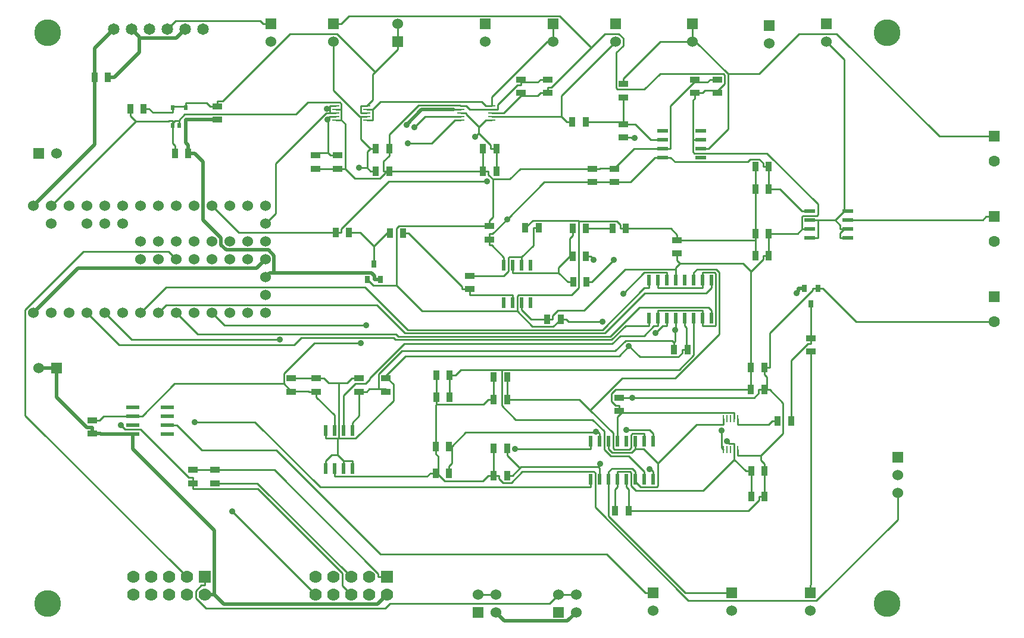
<source format=gtl>
G04 (created by PCBNEW (2013-jul-07)-stable) date Thu 22 Dec 2016 08:04:52 PM PST*
%MOIN*%
G04 Gerber Fmt 3.4, Leading zero omitted, Abs format*
%FSLAX34Y34*%
G01*
G70*
G90*
G04 APERTURE LIST*
%ADD10C,0.00590551*%
%ADD11C,0.06*%
%ADD12R,0.02X0.03*%
%ADD13R,0.0315X0.0394*%
%ADD14R,0.055X0.035*%
%ADD15R,0.035X0.055*%
%ADD16R,0.06X0.06*%
%ADD17R,0.0394X0.0106*%
%ADD18C,0.065*%
%ADD19R,0.0779528X0.0208661*%
%ADD20R,0.063X0.063*%
%ADD21C,0.063*%
%ADD22R,0.023622X0.0610236*%
%ADD23R,0.0610236X0.023622*%
%ADD24R,0.07X0.07*%
%ADD25C,0.07*%
%ADD26R,0.0106X0.0394*%
%ADD27C,0.15*%
%ADD28C,0.035*%
%ADD29C,0.01*%
%ADD30C,0.02*%
%ADD31C,0.0105906*%
G04 APERTURE END LIST*
G54D10*
G54D11*
X20700Y-37200D03*
X21700Y-37200D03*
X22700Y-37200D03*
X23700Y-37200D03*
X24700Y-37200D03*
X25700Y-37200D03*
X26700Y-37200D03*
X27700Y-37200D03*
X28700Y-37200D03*
X29700Y-37200D03*
X30700Y-37200D03*
X31700Y-37200D03*
X32700Y-37200D03*
X33700Y-37200D03*
X33700Y-36200D03*
X33700Y-35200D03*
X33700Y-34200D03*
X33700Y-33200D03*
X33700Y-32200D03*
X33700Y-31200D03*
X32700Y-31200D03*
X31700Y-31200D03*
X30700Y-31200D03*
X29700Y-31200D03*
X28700Y-31200D03*
X27700Y-31200D03*
X26700Y-31200D03*
X25700Y-31200D03*
X24700Y-31200D03*
X23700Y-31200D03*
X22700Y-31200D03*
X21700Y-31200D03*
X20700Y-31200D03*
X26700Y-34200D03*
X27700Y-34200D03*
X28700Y-34200D03*
X29700Y-34200D03*
X30700Y-34200D03*
X31700Y-34200D03*
X32700Y-34200D03*
X32700Y-33200D03*
X31700Y-33200D03*
X30700Y-33200D03*
X29700Y-33200D03*
X28700Y-33200D03*
X27700Y-33200D03*
X26700Y-33200D03*
X25700Y-32200D03*
X24700Y-32200D03*
X23700Y-32200D03*
X21700Y-32200D03*
G54D12*
X28491Y-26698D03*
X29241Y-26698D03*
X28491Y-25698D03*
X28866Y-26698D03*
X29241Y-25698D03*
G54D13*
X39777Y-34474D03*
X40152Y-35340D03*
X39402Y-35340D03*
X64250Y-36683D03*
X63875Y-35817D03*
X64625Y-35817D03*
G54D14*
X38954Y-40873D03*
X38954Y-41623D03*
G54D15*
X43266Y-40704D03*
X44016Y-40704D03*
X60875Y-41500D03*
X61625Y-41500D03*
X61652Y-46074D03*
X60902Y-46074D03*
X60875Y-40250D03*
X61625Y-40250D03*
X61652Y-47492D03*
X60902Y-47492D03*
G54D14*
X36553Y-41623D03*
X36553Y-40873D03*
G54D15*
X43266Y-41925D03*
X44016Y-41925D03*
G54D14*
X35135Y-41623D03*
X35135Y-40873D03*
X40450Y-40873D03*
X40450Y-41623D03*
G54D15*
X57335Y-39271D03*
X56585Y-39271D03*
G54D14*
X56750Y-33875D03*
X56750Y-33125D03*
G54D15*
X54032Y-48309D03*
X53282Y-48309D03*
G54D14*
X53500Y-42699D03*
X53500Y-41949D03*
G54D15*
X62375Y-43250D03*
X63125Y-43250D03*
G54D14*
X64250Y-38625D03*
X64250Y-39375D03*
G54D15*
X51640Y-32472D03*
X50890Y-32472D03*
X51680Y-35464D03*
X50930Y-35464D03*
X48252Y-32433D03*
X49002Y-32433D03*
X51640Y-34047D03*
X50890Y-34047D03*
G54D14*
X45124Y-35128D03*
X45124Y-35878D03*
G54D15*
X41412Y-32742D03*
X40662Y-32742D03*
X38380Y-32702D03*
X37630Y-32702D03*
X49473Y-37551D03*
X50223Y-37551D03*
G54D14*
X46226Y-33083D03*
X46226Y-32333D03*
G54D15*
X53884Y-32472D03*
X53134Y-32472D03*
G54D14*
X24000Y-43225D03*
X24000Y-43975D03*
G54D15*
X24125Y-24000D03*
X24875Y-24000D03*
G54D14*
X30875Y-45999D03*
X30875Y-46749D03*
X29625Y-45999D03*
X29625Y-46749D03*
X59000Y-24875D03*
X59000Y-24125D03*
G54D15*
X61125Y-29000D03*
X61875Y-29000D03*
X61875Y-34000D03*
X61125Y-34000D03*
X61125Y-30250D03*
X61875Y-30250D03*
X61875Y-32750D03*
X61125Y-32750D03*
G54D14*
X37750Y-29125D03*
X37750Y-28375D03*
G54D15*
X39875Y-29250D03*
X40625Y-29250D03*
G54D14*
X48000Y-24875D03*
X48000Y-24125D03*
G54D15*
X45875Y-28000D03*
X46625Y-28000D03*
G54D14*
X49500Y-24875D03*
X49500Y-24125D03*
G54D15*
X45875Y-29250D03*
X46625Y-29250D03*
G54D14*
X36500Y-29125D03*
X36500Y-28375D03*
G54D15*
X50875Y-26500D03*
X51625Y-26500D03*
G54D14*
X53750Y-26625D03*
X53750Y-27375D03*
X52000Y-29125D03*
X52000Y-29875D03*
X57750Y-24875D03*
X57750Y-24125D03*
X53250Y-29125D03*
X53250Y-29875D03*
G54D15*
X46477Y-46320D03*
X47227Y-46320D03*
X46477Y-44785D03*
X47227Y-44785D03*
X43227Y-46198D03*
X43977Y-46198D03*
X39875Y-28000D03*
X40625Y-28000D03*
X26125Y-25750D03*
X26875Y-25750D03*
G54D14*
X31000Y-26375D03*
X31000Y-25625D03*
G54D15*
X28625Y-28250D03*
X29375Y-28250D03*
X46477Y-40789D03*
X47227Y-40789D03*
X43227Y-44702D03*
X43977Y-44702D03*
X46477Y-42049D03*
X47227Y-42049D03*
G54D16*
X69100Y-45300D03*
G54D11*
X69100Y-46300D03*
X69100Y-47300D03*
G54D16*
X50100Y-54000D03*
G54D11*
X50100Y-53000D03*
X51100Y-54000D03*
X51100Y-53000D03*
G54D16*
X45600Y-54000D03*
G54D11*
X45600Y-53000D03*
X46600Y-54000D03*
X46600Y-53000D03*
G54D16*
X46000Y-21000D03*
G54D11*
X46000Y-22000D03*
G54D16*
X41100Y-22000D03*
G54D11*
X41100Y-21000D03*
G54D16*
X22000Y-40300D03*
G54D11*
X21000Y-40300D03*
G54D16*
X49800Y-21000D03*
G54D11*
X49800Y-22000D03*
G54D16*
X21000Y-28250D03*
G54D11*
X22000Y-28250D03*
G54D16*
X53300Y-21000D03*
G54D11*
X53300Y-22000D03*
G54D16*
X57600Y-21000D03*
G54D11*
X57600Y-22000D03*
G54D16*
X55400Y-52900D03*
G54D11*
X55400Y-53900D03*
G54D16*
X61900Y-21100D03*
G54D11*
X61900Y-22100D03*
G54D16*
X64200Y-52900D03*
G54D11*
X64200Y-53900D03*
G54D16*
X59800Y-52900D03*
G54D11*
X59800Y-53900D03*
G54D16*
X65100Y-21000D03*
G54D11*
X65100Y-22000D03*
G54D16*
X37500Y-21000D03*
G54D11*
X37500Y-22000D03*
G54D16*
X34000Y-21000D03*
G54D11*
X34000Y-22000D03*
G54D17*
X44625Y-25600D03*
X44625Y-25800D03*
X44625Y-26000D03*
X44625Y-26200D03*
X44625Y-26400D03*
X46375Y-26400D03*
X46375Y-26200D03*
X46375Y-26000D03*
X46375Y-25800D03*
X46375Y-25600D03*
X37625Y-25600D03*
X37625Y-25800D03*
X37625Y-26000D03*
X37625Y-26200D03*
X37625Y-26400D03*
X39375Y-26400D03*
X39375Y-26200D03*
X39375Y-26000D03*
X39375Y-25800D03*
X39375Y-25600D03*
G54D18*
X25200Y-21300D03*
X26200Y-21300D03*
X27200Y-21300D03*
X28200Y-21300D03*
X29200Y-21300D03*
X30200Y-21300D03*
G54D19*
X26279Y-42500D03*
X26279Y-43000D03*
X26279Y-43500D03*
X26279Y-44000D03*
X28220Y-44000D03*
X28220Y-43500D03*
X28220Y-43000D03*
X28220Y-42500D03*
G54D20*
X74500Y-27311D03*
G54D21*
X74500Y-28689D03*
G54D20*
X74500Y-31811D03*
G54D21*
X74500Y-33189D03*
G54D20*
X74500Y-36311D03*
G54D21*
X74500Y-37689D03*
G54D22*
X37062Y-45933D03*
X37562Y-45933D03*
X38062Y-45933D03*
X38562Y-45933D03*
X38562Y-43807D03*
X38062Y-43807D03*
X37562Y-43807D03*
X37062Y-43807D03*
G54D23*
X55948Y-27000D03*
X55948Y-27500D03*
X55948Y-28000D03*
X55948Y-28500D03*
X58074Y-28500D03*
X58074Y-28000D03*
X58074Y-27500D03*
X58074Y-27000D03*
X66312Y-33000D03*
X66312Y-32500D03*
X66312Y-32000D03*
X66312Y-31500D03*
X64187Y-31500D03*
X64187Y-32000D03*
X64187Y-32500D03*
X64187Y-33000D03*
G54D22*
X48551Y-34519D03*
X48051Y-34519D03*
X47551Y-34519D03*
X47051Y-34519D03*
X47051Y-36645D03*
X47551Y-36645D03*
X48051Y-36645D03*
X48551Y-36645D03*
G54D24*
X30300Y-52000D03*
G54D25*
X30300Y-53000D03*
X29300Y-52000D03*
X29300Y-53000D03*
X28300Y-52000D03*
X28300Y-53000D03*
X27300Y-52000D03*
X27300Y-53000D03*
X26300Y-52000D03*
X26300Y-53000D03*
G54D24*
X40500Y-52000D03*
G54D25*
X40500Y-53000D03*
X39500Y-52000D03*
X39500Y-53000D03*
X38500Y-52000D03*
X38500Y-53000D03*
X37500Y-52000D03*
X37500Y-53000D03*
X36500Y-52000D03*
X36500Y-53000D03*
G54D22*
X51907Y-46537D03*
X52407Y-46537D03*
X52907Y-46537D03*
X53407Y-46537D03*
X53407Y-44411D03*
X52907Y-44411D03*
X52407Y-44411D03*
X51907Y-44411D03*
X53907Y-46537D03*
X54407Y-46537D03*
X54907Y-46537D03*
X55407Y-46537D03*
X54407Y-44411D03*
X54907Y-44411D03*
X55407Y-44411D03*
X53907Y-44411D03*
X55171Y-37500D03*
X55671Y-37500D03*
X56171Y-37500D03*
X56671Y-37500D03*
X56671Y-35374D03*
X56171Y-35374D03*
X55671Y-35374D03*
X55171Y-35374D03*
X57171Y-37500D03*
X57671Y-37500D03*
X58171Y-37500D03*
X58671Y-37500D03*
X57671Y-35374D03*
X58171Y-35374D03*
X58671Y-35374D03*
X57171Y-35374D03*
G54D26*
X59350Y-44875D03*
X59550Y-44875D03*
X59750Y-44875D03*
X59950Y-44875D03*
X60150Y-44875D03*
X60150Y-43125D03*
X59950Y-43125D03*
X59750Y-43125D03*
X59550Y-43125D03*
X59350Y-43125D03*
G54D27*
X68500Y-53500D03*
X21500Y-53500D03*
X21500Y-21500D03*
X68500Y-21500D03*
G54D14*
X53750Y-25125D03*
X53750Y-24375D03*
G54D28*
X38944Y-29077D03*
X39047Y-38906D03*
X56642Y-38163D03*
X59547Y-44415D03*
X47237Y-31958D03*
X37171Y-26355D03*
X45435Y-27325D03*
X63446Y-36086D03*
X54248Y-41949D03*
X54053Y-39071D03*
X52583Y-37695D03*
X31827Y-48327D03*
X42024Y-26798D03*
X41674Y-27702D03*
X37133Y-25758D03*
X41594Y-26656D03*
X59236Y-43799D03*
X52081Y-34238D03*
X54381Y-27396D03*
X53220Y-34229D03*
X46117Y-29841D03*
X25615Y-43514D03*
X29734Y-43318D03*
X47668Y-44846D03*
X39330Y-37901D03*
X53893Y-43770D03*
X55215Y-45976D03*
X34495Y-38706D03*
X53721Y-36125D03*
X52215Y-43849D03*
X55543Y-38341D03*
X52454Y-45668D03*
G54D29*
X24000Y-43225D02*
X24405Y-43225D01*
X60875Y-41500D02*
X60569Y-41500D01*
X26279Y-43000D02*
X25759Y-43000D01*
X48000Y-24875D02*
X48000Y-25027D01*
X49500Y-24875D02*
X49094Y-24875D01*
X36553Y-41623D02*
X36553Y-41928D01*
X53500Y-42547D02*
X53500Y-42394D01*
X59950Y-43125D02*
X59950Y-42797D01*
X48051Y-36645D02*
X48051Y-37035D01*
X59000Y-24875D02*
X59000Y-24722D01*
X57750Y-24875D02*
X58155Y-24875D01*
X61875Y-33594D02*
X61875Y-32750D01*
X64187Y-32500D02*
X63751Y-32500D01*
X58074Y-27500D02*
X57639Y-27500D01*
X63501Y-32750D02*
X63751Y-32500D01*
X61875Y-32750D02*
X63501Y-32750D01*
X57639Y-28172D02*
X57639Y-27500D01*
X57719Y-28251D02*
X57639Y-28172D01*
X61781Y-28251D02*
X57719Y-28251D01*
X64627Y-31097D02*
X61781Y-28251D01*
X64627Y-31686D02*
X64627Y-31097D01*
X64563Y-31750D02*
X64627Y-31686D01*
X63801Y-31750D02*
X64563Y-31750D01*
X63751Y-31800D02*
X63801Y-31750D01*
X63751Y-32500D02*
X63751Y-31800D01*
X57750Y-24875D02*
X57750Y-25180D01*
X61875Y-33797D02*
X61875Y-33594D01*
X37562Y-42937D02*
X37562Y-43371D01*
X36553Y-41928D02*
X37562Y-42937D01*
X37562Y-43807D02*
X37562Y-43371D01*
X53309Y-42394D02*
X53500Y-42394D01*
X53083Y-42169D02*
X53309Y-42394D01*
X53083Y-41720D02*
X53083Y-42169D01*
X53304Y-41500D02*
X53083Y-41720D01*
X60569Y-41500D02*
X53304Y-41500D01*
X48942Y-25027D02*
X48000Y-25027D01*
X49094Y-24875D02*
X48942Y-25027D01*
X47027Y-26000D02*
X46375Y-26000D01*
X48000Y-25027D02*
X47027Y-26000D01*
X53527Y-42574D02*
X53500Y-42547D01*
X53527Y-42672D02*
X53527Y-42574D01*
X53527Y-42672D02*
X53500Y-42699D01*
X56750Y-33875D02*
X56750Y-34180D01*
X49473Y-37551D02*
X49168Y-37551D01*
X60875Y-41500D02*
X60875Y-40250D01*
X24630Y-43000D02*
X24405Y-43225D01*
X25759Y-43000D02*
X24630Y-43000D01*
X35135Y-41623D02*
X35135Y-41584D01*
X36109Y-41584D02*
X36148Y-41623D01*
X35135Y-41584D02*
X36109Y-41584D01*
X36553Y-41623D02*
X36148Y-41623D01*
X39875Y-29250D02*
X39569Y-29250D01*
X39397Y-29077D02*
X39569Y-29250D01*
X26279Y-43000D02*
X26799Y-43000D01*
X28619Y-41179D02*
X26799Y-43000D01*
X34730Y-41179D02*
X28619Y-41179D01*
X34730Y-41179D02*
X35135Y-41584D01*
X39397Y-28172D02*
X39569Y-28000D01*
X39397Y-29077D02*
X39397Y-28172D01*
X39375Y-26200D02*
X39047Y-26200D01*
X39047Y-27477D02*
X39047Y-26200D01*
X39569Y-28000D02*
X39047Y-27477D01*
X48566Y-37551D02*
X48051Y-37035D01*
X49168Y-37551D02*
X48566Y-37551D01*
X38944Y-29077D02*
X39397Y-29077D01*
X56750Y-34258D02*
X56907Y-34416D01*
X56750Y-34180D02*
X56750Y-34258D01*
X49473Y-37551D02*
X49778Y-37551D01*
X49778Y-37360D02*
X49778Y-37551D01*
X50058Y-37080D02*
X49778Y-37360D01*
X51525Y-37080D02*
X50058Y-37080D01*
X53850Y-34756D02*
X51525Y-37080D01*
X56671Y-34756D02*
X53850Y-34756D01*
X56671Y-35374D02*
X56671Y-34756D01*
X56671Y-34652D02*
X56907Y-34416D01*
X56671Y-34756D02*
X56671Y-34652D01*
X61875Y-33797D02*
X61875Y-34000D01*
X60909Y-34860D02*
X60875Y-34860D01*
X61569Y-34200D02*
X60909Y-34860D01*
X61569Y-34000D02*
X61569Y-34200D01*
X60430Y-34416D02*
X60875Y-34860D01*
X56907Y-34416D02*
X60430Y-34416D01*
X60875Y-34860D02*
X60875Y-40250D01*
X61875Y-34000D02*
X61569Y-34000D01*
X38973Y-26200D02*
X39047Y-26200D01*
X37500Y-24726D02*
X38973Y-26200D01*
X37500Y-22000D02*
X37500Y-24726D01*
X57639Y-25290D02*
X57750Y-25180D01*
X57639Y-27500D02*
X57639Y-25290D01*
X39875Y-28000D02*
X39569Y-28000D01*
X58307Y-24722D02*
X59000Y-24722D01*
X58155Y-24875D02*
X58307Y-24722D01*
X49500Y-24875D02*
X49500Y-24569D01*
X37500Y-21000D02*
X37930Y-21000D01*
X50187Y-20569D02*
X51939Y-22321D01*
X38360Y-20569D02*
X50187Y-20569D01*
X37930Y-21000D02*
X38360Y-20569D01*
X52708Y-21552D02*
X51939Y-22321D01*
X53475Y-21552D02*
X52708Y-21552D01*
X53735Y-21811D02*
X53475Y-21552D01*
X53735Y-22222D02*
X53735Y-21811D01*
X53344Y-22613D02*
X53735Y-22222D01*
X53344Y-24610D02*
X53344Y-22613D01*
X53414Y-24680D02*
X53344Y-24610D01*
X54907Y-24680D02*
X53414Y-24680D01*
X55789Y-23798D02*
X54907Y-24680D01*
X59327Y-23798D02*
X55789Y-23798D01*
X59405Y-23876D02*
X59327Y-23798D01*
X59405Y-24367D02*
X59405Y-23876D01*
X59050Y-24722D02*
X59405Y-24367D01*
X59000Y-24722D02*
X59050Y-24722D01*
X49690Y-24569D02*
X49500Y-24569D01*
X51939Y-22321D02*
X49690Y-24569D01*
X36434Y-38906D02*
X39047Y-38906D01*
X34730Y-40610D02*
X36434Y-38906D01*
X34730Y-41179D02*
X34730Y-40610D01*
X59950Y-42797D02*
X53652Y-42797D01*
X53652Y-42797D02*
X53527Y-42672D01*
X53407Y-44411D02*
X53407Y-43976D01*
X53407Y-43042D02*
X53407Y-43976D01*
X53652Y-42797D02*
X53407Y-43042D01*
X53282Y-48309D02*
X53282Y-47903D01*
X60902Y-47492D02*
X60902Y-46074D01*
X28660Y-20839D02*
X28200Y-21300D01*
X33409Y-20839D02*
X28660Y-20839D01*
X33569Y-21000D02*
X33409Y-20839D01*
X34000Y-21000D02*
X33569Y-21000D01*
X38954Y-41623D02*
X38954Y-41775D01*
X59950Y-44875D02*
X59950Y-45202D01*
X60902Y-46074D02*
X60597Y-46074D01*
X38562Y-43807D02*
X38562Y-43371D01*
X38954Y-42980D02*
X38562Y-43371D01*
X38954Y-41775D02*
X38954Y-42980D01*
X61569Y-28809D02*
X61569Y-29000D01*
X61353Y-28592D02*
X61569Y-28809D01*
X60854Y-28592D02*
X61353Y-28592D01*
X60699Y-28748D02*
X60854Y-28592D01*
X56632Y-28748D02*
X60699Y-28748D01*
X56384Y-28500D02*
X56632Y-28748D01*
X55948Y-28500D02*
X56384Y-28500D01*
X61875Y-29000D02*
X61569Y-29000D01*
X61875Y-30250D02*
X61875Y-29000D01*
X64187Y-31500D02*
X63751Y-31500D01*
X40450Y-41623D02*
X40450Y-41470D01*
X38954Y-41623D02*
X39359Y-41623D01*
X46355Y-33388D02*
X46226Y-33388D01*
X47051Y-34084D02*
X46355Y-33388D01*
X47051Y-34519D02*
X47051Y-34084D01*
X62501Y-30250D02*
X63751Y-31500D01*
X61875Y-30250D02*
X62501Y-30250D01*
X36500Y-28375D02*
X36500Y-28222D01*
X37750Y-28375D02*
X37344Y-28375D01*
X56671Y-37500D02*
X56671Y-37935D01*
X60597Y-46074D02*
X59950Y-45427D01*
X46226Y-33083D02*
X46226Y-33388D01*
X52000Y-29875D02*
X52405Y-29875D01*
X56585Y-39271D02*
X56585Y-38866D01*
X56475Y-38756D02*
X56585Y-38866D01*
X53860Y-38756D02*
X56475Y-38756D01*
X53284Y-39332D02*
X53860Y-38756D01*
X41331Y-39332D02*
X53284Y-39332D01*
X40028Y-40635D02*
X41331Y-39332D01*
X40028Y-41470D02*
X40028Y-40635D01*
X40450Y-41470D02*
X40028Y-41470D01*
X39512Y-41470D02*
X39359Y-41623D01*
X40028Y-41470D02*
X39512Y-41470D01*
X46226Y-33083D02*
X46226Y-32778D01*
X59950Y-44875D02*
X59950Y-44547D01*
X37625Y-26200D02*
X37297Y-26200D01*
X36500Y-28222D02*
X37192Y-28222D01*
X37192Y-28222D02*
X37344Y-28375D01*
X53282Y-47097D02*
X53282Y-47903D01*
X53407Y-46972D02*
X53282Y-47097D01*
X53407Y-46537D02*
X53407Y-46972D01*
X59950Y-45202D02*
X59950Y-45427D01*
X53407Y-46537D02*
X53407Y-46102D01*
X58211Y-47165D02*
X59950Y-45427D01*
X54421Y-47165D02*
X58211Y-47165D01*
X54155Y-46899D02*
X54421Y-47165D01*
X54155Y-46152D02*
X54155Y-46899D01*
X54105Y-46102D02*
X54155Y-46152D01*
X53407Y-46102D02*
X54105Y-46102D01*
X52405Y-29875D02*
X53250Y-29875D01*
X54138Y-29875D02*
X55513Y-28500D01*
X53250Y-29875D02*
X54138Y-29875D01*
X55948Y-28500D02*
X55513Y-28500D01*
X46625Y-29250D02*
X46625Y-28000D01*
X46625Y-28000D02*
X46319Y-28000D01*
X46417Y-32778D02*
X47237Y-31958D01*
X46226Y-32778D02*
X46417Y-32778D01*
X49320Y-29875D02*
X52000Y-29875D01*
X47237Y-31958D02*
X49320Y-29875D01*
X56671Y-38134D02*
X56671Y-37935D01*
X56642Y-38163D02*
X56671Y-38134D01*
X56642Y-38809D02*
X56642Y-38163D01*
X56585Y-38866D02*
X56642Y-38809D01*
X59679Y-44547D02*
X59547Y-44415D01*
X59950Y-44547D02*
X59679Y-44547D01*
X37192Y-26366D02*
X37192Y-26366D01*
X37192Y-26305D02*
X37192Y-26366D01*
X37297Y-26200D02*
X37192Y-26305D01*
X37192Y-26366D02*
X37192Y-28222D01*
X37182Y-26366D02*
X37171Y-26355D01*
X37192Y-26366D02*
X37182Y-26366D01*
X46375Y-26400D02*
X46047Y-26400D01*
X45435Y-27325D02*
X45635Y-27125D01*
X46319Y-27809D02*
X45635Y-27125D01*
X46319Y-28000D02*
X46319Y-27809D01*
X45685Y-26761D02*
X46047Y-26400D01*
X45635Y-26761D02*
X45685Y-26761D01*
X44952Y-26078D02*
X45635Y-26761D01*
X44952Y-26000D02*
X44952Y-26078D01*
X45635Y-27125D02*
X45635Y-27125D01*
X45635Y-26761D02*
X45635Y-27125D01*
X44625Y-26000D02*
X44952Y-26000D01*
G54D30*
X29241Y-27661D02*
X29241Y-26698D01*
X29375Y-27794D02*
X29241Y-27661D01*
X30538Y-26368D02*
X29241Y-26368D01*
X30544Y-26375D02*
X30538Y-26368D01*
X29241Y-26698D02*
X29241Y-26368D01*
X29375Y-28250D02*
X29375Y-27794D01*
X40152Y-35340D02*
X39814Y-35340D01*
X30772Y-26375D02*
X30544Y-26375D01*
X30772Y-26375D02*
X31000Y-26375D01*
X50619Y-54480D02*
X51100Y-54000D01*
X47080Y-54480D02*
X50619Y-54480D01*
X46600Y-54000D02*
X47080Y-54480D01*
X63537Y-35995D02*
X63537Y-35817D01*
X63446Y-36086D02*
X63537Y-35995D01*
X63875Y-35817D02*
X63537Y-35817D01*
X29375Y-28250D02*
X29730Y-28250D01*
X30200Y-28719D02*
X29730Y-28250D01*
X30200Y-32008D02*
X30200Y-28719D01*
X31200Y-33008D02*
X30200Y-32008D01*
X31200Y-33389D02*
X31200Y-33008D01*
X31490Y-33680D02*
X31200Y-33389D01*
X33860Y-33680D02*
X31490Y-33680D01*
X34181Y-34000D02*
X33860Y-33680D01*
X34181Y-34963D02*
X34181Y-34000D01*
X39648Y-34963D02*
X34181Y-34963D01*
X39814Y-35129D02*
X39648Y-34963D01*
X39814Y-35340D02*
X39814Y-35129D01*
X33936Y-34963D02*
X33700Y-35200D01*
X34181Y-34963D02*
X33936Y-34963D01*
X24125Y-27775D02*
X20700Y-31200D01*
X24125Y-24000D02*
X24125Y-27775D01*
X24125Y-22375D02*
X24125Y-24000D01*
X25200Y-21300D02*
X24125Y-22375D01*
G54D29*
X28625Y-28250D02*
X28625Y-27844D01*
X40625Y-28000D02*
X40625Y-28405D01*
X66784Y-37689D02*
X64912Y-35817D01*
X74500Y-37689D02*
X66784Y-37689D01*
X64625Y-35817D02*
X64912Y-35817D01*
X40319Y-28710D02*
X40319Y-29250D01*
X40625Y-28405D02*
X40319Y-28710D01*
X37062Y-43807D02*
X37062Y-44242D01*
X37062Y-45933D02*
X37062Y-45497D01*
X28491Y-26698D02*
X28491Y-26559D01*
X28866Y-26698D02*
X28866Y-26418D01*
X57750Y-24125D02*
X57750Y-24277D01*
X58442Y-24277D02*
X58594Y-24125D01*
X57750Y-24277D02*
X58442Y-24277D01*
X59000Y-24125D02*
X58594Y-24125D01*
X61625Y-41500D02*
X61319Y-41500D01*
X53500Y-41949D02*
X53905Y-41949D01*
X61625Y-40250D02*
X61930Y-40250D01*
X61060Y-41949D02*
X54248Y-41949D01*
X61319Y-41690D02*
X61060Y-41949D01*
X61319Y-41500D02*
X61319Y-41690D01*
X53905Y-41949D02*
X53905Y-41949D01*
X54248Y-41949D02*
X53905Y-41949D01*
X56750Y-33125D02*
X57155Y-33125D01*
X61125Y-33125D02*
X57155Y-33125D01*
X61125Y-33125D02*
X61125Y-34000D01*
X61125Y-29000D02*
X61125Y-30250D01*
X61625Y-41500D02*
X61777Y-41500D01*
X61777Y-41500D02*
X61930Y-41500D01*
X61777Y-40807D02*
X61625Y-40655D01*
X61777Y-41500D02*
X61777Y-40807D01*
X61625Y-40250D02*
X61625Y-40655D01*
X61652Y-46074D02*
X61652Y-47492D01*
X60721Y-48309D02*
X54032Y-48309D01*
X61347Y-47682D02*
X60721Y-48309D01*
X61347Y-47492D02*
X61347Y-47682D01*
X61652Y-47492D02*
X61347Y-47492D01*
X60150Y-44875D02*
X60150Y-45202D01*
X54032Y-48309D02*
X54032Y-47903D01*
X61443Y-45461D02*
X61652Y-45669D01*
X61443Y-45202D02*
X61443Y-45461D01*
X62680Y-43965D02*
X61443Y-45202D01*
X62680Y-42250D02*
X62680Y-43965D01*
X61930Y-41500D02*
X62680Y-42250D01*
X61443Y-45202D02*
X60150Y-45202D01*
X61652Y-46074D02*
X61652Y-45669D01*
X57283Y-38047D02*
X57283Y-39271D01*
X57171Y-37935D02*
X57283Y-38047D01*
X57335Y-39271D02*
X57283Y-39271D01*
X57283Y-39271D02*
X57030Y-39271D01*
X57171Y-37500D02*
X57171Y-37935D01*
X40450Y-40873D02*
X40450Y-40796D01*
X40450Y-40796D02*
X40450Y-40720D01*
X37062Y-44242D02*
X37729Y-44242D01*
X40493Y-29250D02*
X40625Y-29250D01*
X28491Y-27711D02*
X28491Y-26698D01*
X28625Y-27844D02*
X28491Y-27711D01*
X26125Y-25750D02*
X26125Y-26155D01*
X28491Y-26559D02*
X28491Y-26418D01*
X38753Y-44242D02*
X37814Y-44242D01*
X40856Y-42139D02*
X38753Y-44242D01*
X40856Y-41202D02*
X40856Y-42139D01*
X40450Y-40796D02*
X40856Y-41202D01*
X37814Y-44242D02*
X37729Y-44242D01*
X38954Y-40873D02*
X38549Y-40873D01*
X40493Y-29250D02*
X40406Y-29250D01*
X40406Y-29250D02*
X40319Y-29250D01*
X37750Y-29125D02*
X38155Y-29125D01*
X36500Y-29125D02*
X37750Y-29125D01*
X46375Y-25800D02*
X46702Y-25800D01*
X53497Y-39628D02*
X54053Y-39071D01*
X41543Y-39628D02*
X53497Y-39628D01*
X40450Y-40720D02*
X41543Y-39628D01*
X57030Y-39462D02*
X57030Y-39271D01*
X56816Y-39676D02*
X57030Y-39462D01*
X54658Y-39676D02*
X56816Y-39676D01*
X54053Y-39071D02*
X54658Y-39676D01*
X21700Y-31200D02*
X26434Y-26465D01*
X26434Y-26465D02*
X26434Y-26465D01*
X28272Y-26465D02*
X26434Y-26465D01*
X28318Y-26418D02*
X28272Y-26465D01*
X28491Y-26418D02*
X28318Y-26418D01*
X26434Y-26465D02*
X26125Y-26155D01*
X36553Y-40873D02*
X36958Y-40873D01*
X37814Y-44242D02*
X37814Y-41140D01*
X38282Y-41140D02*
X37814Y-41140D01*
X38549Y-40873D02*
X38282Y-41140D01*
X37225Y-41140D02*
X36958Y-40873D01*
X37814Y-41140D02*
X37225Y-41140D01*
X35135Y-40873D02*
X36553Y-40873D01*
X37729Y-44242D02*
X37729Y-45164D01*
X37396Y-45164D02*
X37062Y-45497D01*
X37729Y-45164D02*
X37396Y-45164D01*
X38562Y-45497D02*
X38062Y-45497D01*
X38562Y-45933D02*
X38562Y-45497D01*
X38062Y-45933D02*
X38062Y-45497D01*
X37729Y-45164D02*
X38062Y-45497D01*
X48654Y-37956D02*
X47801Y-37103D01*
X49818Y-37956D02*
X48654Y-37956D01*
X50223Y-37551D02*
X49818Y-37956D01*
X39730Y-35668D02*
X39402Y-35340D01*
X41021Y-35668D02*
X39730Y-35668D01*
X42456Y-37103D02*
X41021Y-35668D01*
X47801Y-37103D02*
X42456Y-37103D01*
X41155Y-32333D02*
X46226Y-32333D01*
X41021Y-32467D02*
X41155Y-32333D01*
X41021Y-35668D02*
X41021Y-32467D01*
X46226Y-32333D02*
X46226Y-32028D01*
X45875Y-29250D02*
X46180Y-29250D01*
X61125Y-33125D02*
X61125Y-32750D01*
X61125Y-32750D02*
X61125Y-30250D01*
X64625Y-35817D02*
X64337Y-35817D01*
X50673Y-37695D02*
X50528Y-37551D01*
X52583Y-37695D02*
X50673Y-37695D01*
X50223Y-37551D02*
X50528Y-37551D01*
X37625Y-25800D02*
X37952Y-25800D01*
X28631Y-26418D02*
X28491Y-26559D01*
X28866Y-26418D02*
X28631Y-26418D01*
X37952Y-25492D02*
X37952Y-25800D01*
X37873Y-25414D02*
X37952Y-25492D01*
X36074Y-25414D02*
X37873Y-25414D01*
X35419Y-26069D02*
X36074Y-25414D01*
X29185Y-26069D02*
X35419Y-26069D01*
X28866Y-26389D02*
X29185Y-26069D01*
X28866Y-26418D02*
X28866Y-26389D01*
X64337Y-35920D02*
X64337Y-35817D01*
X61930Y-38328D02*
X64337Y-35920D01*
X61930Y-40250D02*
X61930Y-38328D01*
X56402Y-32472D02*
X56750Y-32819D01*
X53884Y-32472D02*
X56402Y-32472D01*
X56750Y-33125D02*
X56750Y-32819D01*
X51235Y-35814D02*
X51235Y-32067D01*
X50839Y-36210D02*
X51235Y-35814D01*
X47863Y-36210D02*
X50839Y-36210D01*
X47801Y-36272D02*
X47863Y-36210D01*
X47801Y-37103D02*
X47801Y-36272D01*
X53884Y-32472D02*
X53579Y-32472D01*
X38692Y-29662D02*
X38155Y-29125D01*
X40108Y-29662D02*
X38692Y-29662D01*
X40406Y-29363D02*
X40108Y-29662D01*
X40406Y-29250D02*
X40406Y-29363D01*
X37952Y-26400D02*
X37952Y-25800D01*
X37625Y-26400D02*
X37907Y-26400D01*
X37907Y-26400D02*
X37952Y-26400D01*
X38155Y-26602D02*
X38155Y-29125D01*
X37952Y-26400D02*
X38155Y-26602D01*
X48000Y-24125D02*
X48000Y-24277D01*
X48000Y-24277D02*
X48000Y-24430D01*
X48942Y-24277D02*
X49094Y-24125D01*
X48000Y-24277D02*
X48942Y-24277D01*
X49500Y-24125D02*
X49094Y-24125D01*
X46375Y-25800D02*
X46047Y-25800D01*
X57695Y-24277D02*
X57750Y-24277D01*
X56384Y-25588D02*
X57695Y-24277D01*
X56384Y-28000D02*
X56384Y-25588D01*
X55948Y-28000D02*
X56384Y-28000D01*
X54032Y-47097D02*
X53907Y-46972D01*
X54032Y-47903D02*
X54032Y-47097D01*
X53907Y-46537D02*
X53907Y-46972D01*
X51194Y-32026D02*
X51235Y-32067D01*
X48659Y-32026D02*
X51194Y-32026D01*
X48252Y-32433D02*
X48659Y-32026D01*
X53250Y-29125D02*
X53250Y-29086D01*
X52000Y-29125D02*
X52405Y-29125D01*
X53579Y-32281D02*
X53579Y-32472D01*
X53365Y-32067D02*
X53579Y-32281D01*
X51235Y-32067D02*
X53365Y-32067D01*
X51235Y-32067D02*
X51235Y-32067D01*
X52443Y-29086D02*
X53250Y-29086D01*
X52405Y-29125D02*
X52443Y-29086D01*
X54336Y-28000D02*
X55948Y-28000D01*
X53250Y-29086D02*
X54336Y-28000D01*
X40625Y-28000D02*
X40625Y-27594D01*
X44625Y-25600D02*
X44952Y-25600D01*
X45152Y-25800D02*
X44952Y-25600D01*
X46047Y-25800D02*
X45152Y-25800D01*
X45875Y-29250D02*
X45875Y-28000D01*
X40625Y-29250D02*
X40930Y-29250D01*
X45875Y-29250D02*
X40930Y-29250D01*
X44584Y-25559D02*
X44625Y-25600D01*
X42259Y-25559D02*
X44584Y-25559D01*
X40625Y-27194D02*
X42259Y-25559D01*
X40625Y-27594D02*
X40625Y-27194D01*
X47809Y-24430D02*
X48000Y-24430D01*
X46702Y-25537D02*
X47809Y-24430D01*
X46702Y-25800D02*
X46702Y-25537D01*
X47965Y-29125D02*
X52000Y-29125D01*
X47375Y-29715D02*
X47965Y-29125D01*
X46422Y-29715D02*
X47375Y-29715D01*
X46422Y-31832D02*
X46422Y-29715D01*
X46226Y-32028D02*
X46422Y-31832D01*
X46180Y-29473D02*
X46180Y-29250D01*
X46422Y-29715D02*
X46180Y-29473D01*
X36500Y-53000D02*
X31827Y-48327D01*
X55819Y-22000D02*
X53750Y-24069D01*
X57600Y-22000D02*
X55819Y-22000D01*
X53750Y-24375D02*
X53750Y-24069D01*
X57600Y-22000D02*
X57600Y-21000D01*
X58074Y-28000D02*
X58510Y-28000D01*
X61324Y-23813D02*
X59597Y-23813D01*
X63573Y-21565D02*
X61324Y-23813D01*
X65682Y-21565D02*
X63573Y-21565D01*
X71428Y-27310D02*
X65682Y-21565D01*
X74500Y-27310D02*
X71428Y-27310D01*
X59597Y-26912D02*
X59597Y-23813D01*
X58510Y-28000D02*
X59597Y-26912D01*
X57783Y-22000D02*
X57600Y-22000D01*
X59597Y-23813D02*
X57783Y-22000D01*
X28262Y-33762D02*
X28700Y-34200D01*
X23508Y-33762D02*
X28262Y-33762D01*
X20253Y-37017D02*
X23508Y-33762D01*
X20253Y-42953D02*
X20253Y-37017D01*
X29300Y-52000D02*
X20253Y-42953D01*
X49800Y-22000D02*
X49800Y-21000D01*
X39375Y-25800D02*
X39702Y-25800D01*
X39375Y-26400D02*
X39702Y-26400D01*
X49457Y-22000D02*
X49800Y-22000D01*
X46375Y-25082D02*
X49457Y-22000D01*
X46375Y-25600D02*
X46375Y-25082D01*
X46375Y-25600D02*
X46047Y-25600D01*
X39702Y-25800D02*
X39702Y-26400D01*
X45813Y-25366D02*
X46047Y-25600D01*
X40136Y-25366D02*
X45813Y-25366D01*
X39702Y-25800D02*
X40136Y-25366D01*
X50875Y-26500D02*
X50569Y-26500D01*
X50269Y-25030D02*
X53300Y-22000D01*
X50269Y-26200D02*
X50269Y-25030D01*
X46375Y-26200D02*
X50269Y-26200D01*
X50269Y-26200D02*
X50569Y-26500D01*
X42623Y-26200D02*
X42024Y-26798D01*
X44625Y-26200D02*
X42623Y-26200D01*
X42995Y-27702D02*
X41674Y-27702D01*
X44297Y-26400D02*
X42995Y-27702D01*
X44625Y-26400D02*
X44297Y-26400D01*
X37625Y-25600D02*
X37297Y-25600D01*
X37625Y-26000D02*
X37297Y-26000D01*
X37133Y-25758D02*
X37297Y-25758D01*
X37297Y-25758D02*
X37297Y-25600D01*
X37297Y-26000D02*
X37297Y-25758D01*
X34269Y-31630D02*
X33700Y-32200D01*
X34269Y-28823D02*
X34269Y-31630D01*
X37093Y-26000D02*
X34269Y-28823D01*
X37297Y-26000D02*
X37093Y-26000D01*
G54D30*
X24000Y-43975D02*
X24000Y-43619D01*
X24480Y-44000D02*
X24455Y-43975D01*
X26279Y-44000D02*
X24480Y-44000D01*
X24000Y-43975D02*
X24455Y-43975D01*
X30835Y-53000D02*
X30300Y-53000D01*
X31370Y-53535D02*
X30835Y-53000D01*
X39964Y-53535D02*
X31370Y-53535D01*
X40500Y-53000D02*
X39964Y-53535D01*
X26279Y-44842D02*
X26279Y-44000D01*
X30835Y-49398D02*
X26279Y-44842D01*
X30835Y-53000D02*
X30835Y-49398D01*
X24875Y-24000D02*
X25230Y-24000D01*
X26635Y-21735D02*
X26635Y-21805D01*
X26200Y-21300D02*
X26635Y-21735D01*
X33216Y-34683D02*
X33700Y-34200D01*
X23216Y-34683D02*
X33216Y-34683D01*
X20700Y-37200D02*
X23216Y-34683D01*
X26635Y-22595D02*
X25230Y-24000D01*
X26635Y-21805D02*
X26635Y-22595D01*
X28694Y-21805D02*
X29200Y-21300D01*
X26635Y-21805D02*
X28694Y-21805D01*
X23689Y-43619D02*
X24000Y-43619D01*
X22000Y-41930D02*
X23689Y-43619D01*
X22000Y-40300D02*
X22000Y-41930D01*
X22000Y-40300D02*
X21000Y-40300D01*
G54D31*
X44247Y-25800D02*
X44625Y-25800D01*
G54D30*
X42451Y-25800D02*
X44247Y-25800D01*
X41594Y-26656D02*
X42451Y-25800D01*
G54D29*
X31000Y-25625D02*
X30594Y-25625D01*
X28491Y-25628D02*
X29241Y-25628D01*
X29241Y-25698D02*
X29241Y-25628D01*
X29241Y-25628D02*
X29241Y-25418D01*
X30388Y-25418D02*
X30594Y-25625D01*
X29241Y-25418D02*
X30388Y-25418D01*
X28491Y-25663D02*
X28491Y-25628D01*
X28491Y-25663D02*
X28491Y-25698D01*
X28491Y-25698D02*
X28491Y-25978D01*
X26875Y-25750D02*
X27180Y-25750D01*
X27409Y-25978D02*
X27180Y-25750D01*
X28491Y-25978D02*
X27409Y-25978D01*
X41100Y-21000D02*
X41100Y-22000D01*
X31000Y-25625D02*
X31000Y-25319D01*
X31305Y-25319D02*
X31000Y-25319D01*
X35072Y-21552D02*
X31305Y-25319D01*
X37688Y-21552D02*
X35072Y-21552D01*
X39833Y-23696D02*
X37688Y-21552D01*
X39833Y-23696D02*
X41100Y-22430D01*
X41100Y-22000D02*
X41100Y-22430D01*
X59236Y-44761D02*
X59236Y-43799D01*
X59350Y-44875D02*
X59236Y-44761D01*
X39375Y-26000D02*
X39047Y-26000D01*
X39702Y-25272D02*
X39375Y-25600D01*
X39702Y-24715D02*
X39702Y-25272D01*
X39702Y-24715D02*
X39702Y-24715D01*
X39702Y-23827D02*
X39702Y-24715D01*
X39833Y-23696D02*
X39702Y-23827D01*
X39047Y-25600D02*
X39047Y-26000D01*
X39375Y-25600D02*
X39047Y-25600D01*
X55400Y-52900D02*
X54969Y-52900D01*
X28220Y-43500D02*
X28740Y-43500D01*
X52788Y-50719D02*
X54969Y-52900D01*
X40126Y-50719D02*
X52788Y-50719D01*
X34298Y-44890D02*
X40126Y-50719D01*
X30131Y-44890D02*
X34298Y-44890D01*
X28740Y-43500D02*
X30131Y-44890D01*
X51640Y-34047D02*
X51945Y-34047D01*
X51945Y-34103D02*
X52081Y-34238D01*
X51945Y-34047D02*
X51945Y-34103D01*
X73865Y-32000D02*
X74054Y-31810D01*
X66312Y-32000D02*
X73865Y-32000D01*
X74500Y-31810D02*
X74054Y-31810D01*
X66312Y-31500D02*
X66095Y-31500D01*
X64187Y-32000D02*
X64622Y-32000D01*
X66095Y-22995D02*
X65100Y-22000D01*
X66095Y-31500D02*
X66095Y-22995D01*
X64622Y-33000D02*
X64622Y-32000D01*
X65877Y-32282D02*
X65877Y-32500D01*
X65595Y-32000D02*
X65877Y-32282D01*
X64622Y-32000D02*
X65595Y-32000D01*
X65595Y-32000D02*
X66095Y-31500D01*
X66312Y-32500D02*
X66095Y-32500D01*
X66095Y-32500D02*
X65877Y-32500D01*
X65877Y-32717D02*
X65877Y-33000D01*
X66095Y-32500D02*
X65877Y-32717D01*
X66312Y-33000D02*
X65877Y-33000D01*
X64187Y-33000D02*
X64622Y-33000D01*
X54176Y-27396D02*
X54155Y-27375D01*
X54381Y-27396D02*
X54176Y-27396D01*
X53750Y-27375D02*
X54155Y-27375D01*
X51680Y-35464D02*
X51985Y-35464D01*
X51985Y-35464D02*
X53220Y-34229D01*
X32202Y-32702D02*
X30700Y-31200D01*
X37630Y-32702D02*
X32202Y-32702D01*
X37936Y-32512D02*
X37936Y-32702D01*
X40606Y-29841D02*
X37936Y-32512D01*
X46117Y-29841D02*
X40606Y-29841D01*
X37630Y-32702D02*
X37936Y-32702D01*
X33249Y-46749D02*
X30875Y-46749D01*
X38500Y-52000D02*
X33249Y-46749D01*
X29625Y-46749D02*
X29625Y-46444D01*
X25835Y-43734D02*
X25615Y-43514D01*
X26695Y-43734D02*
X25835Y-43734D01*
X29405Y-46444D02*
X26695Y-43734D01*
X29625Y-46444D02*
X29405Y-46444D01*
X33267Y-47054D02*
X29625Y-47054D01*
X38000Y-51787D02*
X33267Y-47054D01*
X38000Y-52500D02*
X38000Y-51787D01*
X38500Y-53000D02*
X38000Y-52500D01*
X29625Y-46749D02*
X29625Y-47054D01*
X59800Y-52900D02*
X59369Y-52900D01*
X57215Y-52900D02*
X59369Y-52900D01*
X52907Y-48592D02*
X57215Y-52900D01*
X52907Y-46972D02*
X52907Y-48592D01*
X52907Y-46537D02*
X52907Y-46972D01*
X54407Y-44411D02*
X54407Y-44846D01*
X52907Y-44411D02*
X52907Y-44846D01*
X54210Y-45043D02*
X54407Y-44846D01*
X53104Y-45043D02*
X54210Y-45043D01*
X52907Y-44846D02*
X53104Y-45043D01*
X59350Y-43125D02*
X59350Y-43452D01*
X57851Y-43452D02*
X55657Y-45645D01*
X59350Y-43452D02*
X57851Y-43452D01*
X54859Y-44846D02*
X55657Y-45645D01*
X54407Y-44846D02*
X54859Y-44846D01*
X54407Y-46675D02*
X54407Y-46537D01*
X54705Y-46972D02*
X54407Y-46675D01*
X55591Y-46972D02*
X54705Y-46972D01*
X55657Y-46905D02*
X55591Y-46972D01*
X55657Y-45645D02*
X55657Y-46905D01*
X53093Y-45916D02*
X52907Y-46102D01*
X54221Y-45916D02*
X53093Y-45916D01*
X54407Y-46102D02*
X54221Y-45916D01*
X54407Y-46537D02*
X54407Y-46102D01*
X52907Y-46537D02*
X52907Y-46102D01*
X64250Y-52419D02*
X64250Y-39375D01*
X64200Y-52469D02*
X64250Y-52419D01*
X64200Y-52900D02*
X64200Y-52469D01*
X55171Y-37500D02*
X55171Y-37935D01*
X53857Y-37935D02*
X55171Y-37935D01*
X53077Y-38715D02*
X53857Y-37935D01*
X40983Y-38715D02*
X53077Y-38715D01*
X40868Y-38600D02*
X40983Y-38715D01*
X35700Y-38600D02*
X40868Y-38600D01*
X35289Y-39011D02*
X35700Y-38600D01*
X25511Y-39011D02*
X35289Y-39011D01*
X23700Y-37200D02*
X25511Y-39011D01*
X28136Y-35763D02*
X26700Y-37200D01*
X39285Y-35763D02*
X28136Y-35763D01*
X41671Y-38149D02*
X39285Y-35763D01*
X52567Y-38149D02*
X41671Y-38149D01*
X54907Y-35809D02*
X52567Y-38149D01*
X55171Y-35809D02*
X54907Y-35809D01*
X55171Y-35374D02*
X55171Y-35809D01*
X58671Y-35374D02*
X58671Y-35809D01*
X58385Y-36094D02*
X58671Y-35809D01*
X54934Y-36094D02*
X58385Y-36094D01*
X52699Y-38329D02*
X54934Y-36094D01*
X41488Y-38329D02*
X52699Y-38329D01*
X39925Y-36766D02*
X41488Y-38329D01*
X28133Y-36766D02*
X39925Y-36766D01*
X27700Y-37200D02*
X28133Y-36766D01*
X58671Y-37500D02*
X58671Y-37064D01*
X58491Y-36884D02*
X58671Y-37064D01*
X54653Y-36884D02*
X58491Y-36884D01*
X53007Y-38530D02*
X54653Y-36884D01*
X41143Y-38530D02*
X53007Y-38530D01*
X41014Y-38401D02*
X41143Y-38530D01*
X29901Y-38401D02*
X41014Y-38401D01*
X28700Y-37200D02*
X29901Y-38401D01*
X51907Y-46537D02*
X51907Y-46972D01*
X36764Y-46972D02*
X51907Y-46972D01*
X33109Y-43318D02*
X36764Y-46972D01*
X29734Y-43318D02*
X33109Y-43318D01*
X51907Y-44411D02*
X51907Y-44846D01*
X31401Y-37901D02*
X30700Y-37200D01*
X39330Y-37901D02*
X31401Y-37901D01*
X51907Y-44846D02*
X47668Y-44846D01*
X55201Y-43770D02*
X53893Y-43770D01*
X55407Y-43976D02*
X55201Y-43770D01*
X55407Y-44411D02*
X55407Y-43976D01*
X55407Y-46537D02*
X55407Y-46102D01*
X55282Y-45976D02*
X55215Y-45976D01*
X55407Y-46102D02*
X55282Y-45976D01*
X26206Y-38706D02*
X24700Y-37200D01*
X34495Y-38706D02*
X26206Y-38706D01*
X51100Y-53000D02*
X50100Y-53000D01*
X49600Y-53500D02*
X50100Y-53000D01*
X40679Y-53500D02*
X49600Y-53500D01*
X40406Y-53772D02*
X40679Y-53500D01*
X30383Y-53772D02*
X40406Y-53772D01*
X29800Y-53188D02*
X30383Y-53772D01*
X29800Y-52800D02*
X29800Y-53188D01*
X30119Y-52480D02*
X29800Y-52800D01*
X30300Y-52480D02*
X30119Y-52480D01*
X30300Y-52000D02*
X30300Y-52480D01*
X46600Y-53000D02*
X45600Y-53000D01*
X40500Y-52000D02*
X40019Y-52000D01*
X30875Y-45999D02*
X29625Y-45999D01*
X40019Y-51819D02*
X40019Y-52000D01*
X34199Y-45999D02*
X40019Y-51819D01*
X31280Y-45999D02*
X34199Y-45999D01*
X30875Y-45999D02*
X31280Y-45999D01*
X43266Y-40704D02*
X43266Y-41925D01*
X42752Y-46368D02*
X42922Y-46198D01*
X37562Y-46368D02*
X42752Y-46368D01*
X37562Y-45933D02*
X37562Y-46368D01*
X43227Y-46198D02*
X42922Y-46198D01*
X46477Y-46320D02*
X46477Y-44785D01*
X43266Y-41925D02*
X43266Y-42330D01*
X46477Y-42049D02*
X46477Y-40789D01*
X45891Y-42330D02*
X43266Y-42330D01*
X46172Y-42049D02*
X45891Y-42330D01*
X46477Y-42049D02*
X46172Y-42049D01*
X43227Y-42369D02*
X43266Y-42330D01*
X43227Y-44702D02*
X43227Y-42369D01*
X43379Y-45260D02*
X43227Y-45107D01*
X43379Y-46198D02*
X43379Y-45260D01*
X43227Y-44702D02*
X43227Y-45107D01*
X43227Y-46198D02*
X43303Y-46198D01*
X43303Y-46198D02*
X43379Y-46198D01*
X43732Y-46627D02*
X43303Y-46198D01*
X45865Y-46627D02*
X43732Y-46627D01*
X46172Y-46320D02*
X45865Y-46627D01*
X69100Y-48789D02*
X69100Y-47300D01*
X64552Y-53336D02*
X69100Y-48789D01*
X57387Y-53336D02*
X64552Y-53336D01*
X52155Y-48104D02*
X57387Y-53336D01*
X52155Y-46178D02*
X52155Y-48104D01*
X52079Y-46102D02*
X52155Y-46178D01*
X48080Y-46102D02*
X52079Y-46102D01*
X47456Y-46726D02*
X48080Y-46102D01*
X46996Y-46726D02*
X47456Y-46726D01*
X46782Y-46511D02*
X46996Y-46726D01*
X46782Y-46320D02*
X46782Y-46511D01*
X46477Y-46320D02*
X46782Y-46320D01*
X46477Y-46320D02*
X46172Y-46320D01*
X61867Y-43452D02*
X62069Y-43250D01*
X60150Y-43452D02*
X61867Y-43452D01*
X60150Y-43125D02*
X60150Y-43452D01*
X62375Y-43250D02*
X62069Y-43250D01*
X58171Y-35809D02*
X55671Y-35809D01*
X55671Y-35374D02*
X55671Y-35809D01*
X58171Y-35546D02*
X58171Y-35809D01*
X55671Y-37500D02*
X55671Y-37935D01*
X58171Y-37064D02*
X55671Y-37064D01*
X58171Y-37500D02*
X58171Y-37064D01*
X55671Y-37500D02*
X55671Y-37064D01*
X55452Y-37935D02*
X55671Y-37935D01*
X54902Y-38485D02*
X55452Y-37935D01*
X53562Y-38485D02*
X54902Y-38485D01*
X53113Y-38933D02*
X53562Y-38485D01*
X41475Y-38933D02*
X53113Y-38933D01*
X39549Y-40859D02*
X41475Y-38933D01*
X39549Y-40939D02*
X39549Y-40859D01*
X39310Y-41178D02*
X39549Y-40939D01*
X38732Y-41178D02*
X39310Y-41178D01*
X38062Y-41847D02*
X38732Y-41178D01*
X38062Y-43807D02*
X38062Y-41847D01*
X58171Y-35546D02*
X58171Y-35374D01*
X58868Y-37935D02*
X58171Y-37935D01*
X58919Y-37884D02*
X58868Y-37935D01*
X58919Y-35010D02*
X58919Y-37884D01*
X58847Y-34938D02*
X58919Y-35010D01*
X58171Y-34938D02*
X58847Y-34938D01*
X58171Y-35374D02*
X58171Y-34938D01*
X58171Y-37500D02*
X58171Y-37935D01*
X64250Y-36682D02*
X64250Y-38625D01*
X63125Y-39864D02*
X63125Y-43250D01*
X64059Y-38930D02*
X63125Y-39864D01*
X64250Y-38930D02*
X64059Y-38930D01*
X64250Y-38625D02*
X64250Y-38930D01*
X53134Y-32472D02*
X51640Y-32472D01*
X40662Y-32742D02*
X40509Y-32742D01*
X39005Y-32702D02*
X39777Y-33474D01*
X38380Y-32702D02*
X39005Y-32702D01*
X40509Y-32742D02*
X39777Y-33474D01*
X39777Y-33474D02*
X39777Y-34474D01*
X44718Y-35743D02*
X44718Y-35878D01*
X41717Y-32742D02*
X44718Y-35743D01*
X41412Y-32742D02*
X41717Y-32742D01*
X45124Y-35878D02*
X44718Y-35878D01*
X45150Y-36210D02*
X45124Y-36184D01*
X47551Y-36210D02*
X45150Y-36210D01*
X47551Y-36645D02*
X47551Y-36210D01*
X45124Y-35878D02*
X45124Y-36184D01*
X50890Y-34047D02*
X50738Y-34047D01*
X50890Y-32472D02*
X50890Y-32877D01*
X47551Y-34519D02*
X47551Y-34954D01*
X50930Y-35464D02*
X50625Y-35464D01*
X47551Y-34954D02*
X50115Y-34954D01*
X50115Y-34954D02*
X50625Y-35464D01*
X50738Y-33030D02*
X50890Y-32877D01*
X50738Y-34047D02*
X50738Y-33030D01*
X50115Y-34670D02*
X50115Y-34954D01*
X50738Y-34047D02*
X50115Y-34670D01*
X49002Y-32433D02*
X48697Y-32433D01*
X47352Y-34077D02*
X48051Y-34077D01*
X47299Y-34130D02*
X47352Y-34077D01*
X47299Y-34878D02*
X47299Y-34130D01*
X47049Y-35128D02*
X47299Y-34878D01*
X45124Y-35128D02*
X47049Y-35128D01*
X48051Y-34519D02*
X48051Y-34077D01*
X48697Y-33431D02*
X48697Y-32433D01*
X48051Y-34077D02*
X48697Y-33431D01*
X44016Y-41925D02*
X44016Y-40704D01*
X57671Y-37500D02*
X57671Y-37935D01*
X44016Y-40704D02*
X44321Y-40704D01*
X54907Y-46537D02*
X54907Y-46102D01*
X44643Y-40382D02*
X46921Y-40382D01*
X44321Y-40704D02*
X44643Y-40382D01*
X57671Y-39573D02*
X57671Y-37935D01*
X56862Y-40382D02*
X57671Y-39573D01*
X46921Y-40382D02*
X56862Y-40382D01*
X54033Y-45228D02*
X54907Y-46102D01*
X53034Y-45228D02*
X54033Y-45228D01*
X52657Y-44851D02*
X53034Y-45228D01*
X52657Y-43842D02*
X52657Y-44851D01*
X52002Y-43187D02*
X52657Y-43842D01*
X47712Y-43187D02*
X52002Y-43187D01*
X46921Y-42396D02*
X47712Y-43187D01*
X46921Y-40382D02*
X46921Y-42396D01*
X47227Y-42049D02*
X47227Y-40789D01*
X54907Y-44411D02*
X54907Y-43976D01*
X57671Y-35374D02*
X57671Y-34938D01*
X53662Y-40877D02*
X51879Y-42660D01*
X56633Y-40877D02*
X53662Y-40877D01*
X59105Y-38405D02*
X56633Y-40877D01*
X59105Y-34931D02*
X59105Y-38405D01*
X58926Y-34752D02*
X59105Y-34931D01*
X57857Y-34752D02*
X58926Y-34752D01*
X57671Y-34938D02*
X57857Y-34752D01*
X51268Y-42049D02*
X51879Y-42660D01*
X47227Y-42049D02*
X51268Y-42049D01*
X54234Y-43976D02*
X54907Y-43976D01*
X54155Y-44055D02*
X54234Y-43976D01*
X54155Y-44779D02*
X54155Y-44055D01*
X54076Y-44858D02*
X54155Y-44779D01*
X53225Y-44858D02*
X54076Y-44858D01*
X53157Y-44789D02*
X53225Y-44858D01*
X53157Y-43938D02*
X53157Y-44789D01*
X51879Y-42660D02*
X53157Y-43938D01*
X43977Y-44702D02*
X44129Y-44702D01*
X44129Y-45641D02*
X43977Y-45793D01*
X44129Y-44702D02*
X44129Y-45641D01*
X43977Y-46198D02*
X43977Y-45793D01*
X52407Y-44411D02*
X52407Y-43976D01*
X56171Y-35374D02*
X56171Y-34938D01*
X52215Y-43849D02*
X52215Y-43913D01*
X52344Y-43913D02*
X52215Y-43913D01*
X52407Y-43976D02*
X52344Y-43913D01*
X44919Y-43913D02*
X44129Y-44702D01*
X52215Y-43913D02*
X44919Y-43913D01*
X54908Y-34938D02*
X53721Y-36125D01*
X56171Y-34938D02*
X54908Y-34938D01*
X51625Y-26500D02*
X51930Y-26500D01*
X53750Y-26500D02*
X51930Y-26500D01*
X53750Y-25125D02*
X53750Y-26500D01*
X53750Y-26500D02*
X53750Y-26625D01*
X54389Y-26625D02*
X53750Y-26625D01*
X55264Y-27500D02*
X54389Y-26625D01*
X55948Y-27500D02*
X55264Y-27500D01*
X52407Y-46537D02*
X52407Y-46102D01*
X47227Y-46320D02*
X47532Y-46320D01*
X47240Y-45190D02*
X47951Y-45901D01*
X47227Y-45190D02*
X47240Y-45190D01*
X47951Y-45901D02*
X47532Y-46320D01*
X47227Y-44785D02*
X47227Y-45190D01*
X52407Y-45911D02*
X52335Y-45839D01*
X52407Y-46102D02*
X52407Y-45911D01*
X48013Y-45839D02*
X47951Y-45901D01*
X52335Y-45839D02*
X48013Y-45839D01*
X52335Y-45787D02*
X52454Y-45668D01*
X52335Y-45839D02*
X52335Y-45787D01*
X55950Y-37935D02*
X55543Y-38341D01*
X56171Y-37935D02*
X55950Y-37935D01*
X56171Y-37500D02*
X56171Y-37935D01*
M02*

</source>
